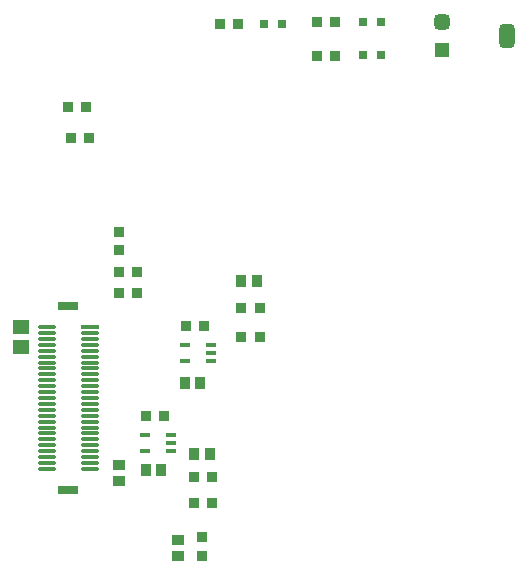
<source format=gtp>
G04*
G04 #@! TF.GenerationSoftware,Altium Limited,Altium Designer,19.0.10 (269)*
G04*
G04 Layer_Color=8421504*
%FSLAX25Y25*%
%MOIN*%
G70*
G01*
G75*
%ADD16R,0.05512X0.04528*%
%ADD17R,0.03150X0.03150*%
%ADD18R,0.03347X0.03347*%
%ADD19R,0.05118X0.05118*%
G04:AMPARAMS|DCode=20|XSize=51.18mil|YSize=51.18mil|CornerRadius=12.8mil|HoleSize=0mil|Usage=FLASHONLY|Rotation=180.000|XOffset=0mil|YOffset=0mil|HoleType=Round|Shape=RoundedRectangle|*
%AMROUNDEDRECTD20*
21,1,0.05118,0.02559,0,0,180.0*
21,1,0.02559,0.05118,0,0,180.0*
1,1,0.02559,-0.01280,0.01280*
1,1,0.02559,0.01280,0.01280*
1,1,0.02559,0.01280,-0.01280*
1,1,0.02559,-0.01280,-0.01280*
%
%ADD20ROUNDEDRECTD20*%
G04:AMPARAMS|DCode=21|XSize=51.18mil|YSize=78.74mil|CornerRadius=12.8mil|HoleSize=0mil|Usage=FLASHONLY|Rotation=180.000|XOffset=0mil|YOffset=0mil|HoleType=Round|Shape=RoundedRectangle|*
%AMROUNDEDRECTD21*
21,1,0.05118,0.05315,0,0,180.0*
21,1,0.02559,0.07874,0,0,180.0*
1,1,0.02559,-0.01280,0.02657*
1,1,0.02559,0.01280,0.02657*
1,1,0.02559,0.01280,-0.02657*
1,1,0.02559,-0.01280,-0.02657*
%
%ADD21ROUNDEDRECTD21*%
%ADD22R,0.03347X0.03347*%
%ADD23R,0.03543X0.03937*%
%ADD24R,0.03937X0.03543*%
%ADD25R,0.03347X0.01378*%
%ADD26R,0.07087X0.03150*%
%ADD27R,0.06299X0.01181*%
%ADD28O,0.06299X0.01181*%
D16*
X5812Y82855D02*
D03*
Y75965D02*
D03*
D17*
X119837Y184271D02*
D03*
X125743D02*
D03*
X119837Y173276D02*
D03*
X125743D02*
D03*
X92716Y183858D02*
D03*
X86811D02*
D03*
D18*
X27461Y155905D02*
D03*
X21358D02*
D03*
X28543Y145669D02*
D03*
X22441D02*
D03*
X110487Y173228D02*
D03*
X104385D02*
D03*
X110487Y184231D02*
D03*
X104385D02*
D03*
X78248Y183819D02*
D03*
X72146D02*
D03*
X44587Y101181D02*
D03*
X38484D02*
D03*
X44587Y94095D02*
D03*
X38484D02*
D03*
X85366Y79527D02*
D03*
X79264D02*
D03*
X69587Y24016D02*
D03*
X63484D02*
D03*
Y32677D02*
D03*
X69587D02*
D03*
X66831Y82972D02*
D03*
X60728D02*
D03*
X53445Y53150D02*
D03*
X47343D02*
D03*
X79232Y89173D02*
D03*
X85335D02*
D03*
D19*
X146063Y175197D02*
D03*
D20*
Y184252D02*
D03*
D21*
X167717Y179724D02*
D03*
D22*
X38386Y108366D02*
D03*
Y114469D02*
D03*
X66142Y6496D02*
D03*
Y12598D02*
D03*
D23*
X84579Y98031D02*
D03*
X79264D02*
D03*
X68799Y40551D02*
D03*
X63484D02*
D03*
X60335Y64173D02*
D03*
X65650D02*
D03*
X47343Y35039D02*
D03*
X52658D02*
D03*
D24*
X38583Y31299D02*
D03*
Y36614D02*
D03*
X58268Y6398D02*
D03*
Y11713D02*
D03*
D25*
X60630Y71457D02*
D03*
Y76575D02*
D03*
X69291D02*
D03*
Y74016D02*
D03*
Y71457D02*
D03*
X47244Y41535D02*
D03*
Y46654D02*
D03*
X55905D02*
D03*
Y44094D02*
D03*
Y41535D02*
D03*
D26*
X21654Y28346D02*
D03*
Y89764D02*
D03*
D27*
X28740Y82677D02*
D03*
D28*
Y80709D02*
D03*
Y78740D02*
D03*
Y76772D02*
D03*
Y74803D02*
D03*
Y72835D02*
D03*
Y70866D02*
D03*
Y68898D02*
D03*
Y66929D02*
D03*
Y64961D02*
D03*
Y62992D02*
D03*
Y61024D02*
D03*
Y59055D02*
D03*
Y57087D02*
D03*
Y55118D02*
D03*
Y53150D02*
D03*
Y51181D02*
D03*
Y49213D02*
D03*
Y47244D02*
D03*
Y45276D02*
D03*
Y43307D02*
D03*
Y41339D02*
D03*
Y39370D02*
D03*
Y37402D02*
D03*
Y35433D02*
D03*
X14567D02*
D03*
Y37402D02*
D03*
Y39370D02*
D03*
Y41339D02*
D03*
Y43307D02*
D03*
Y45276D02*
D03*
Y47244D02*
D03*
Y49213D02*
D03*
Y51181D02*
D03*
Y53150D02*
D03*
Y55118D02*
D03*
Y57087D02*
D03*
Y59055D02*
D03*
Y61024D02*
D03*
Y62992D02*
D03*
Y64961D02*
D03*
Y66929D02*
D03*
Y68898D02*
D03*
Y70866D02*
D03*
Y72835D02*
D03*
Y74803D02*
D03*
Y76772D02*
D03*
Y78740D02*
D03*
Y80709D02*
D03*
Y82677D02*
D03*
M02*

</source>
